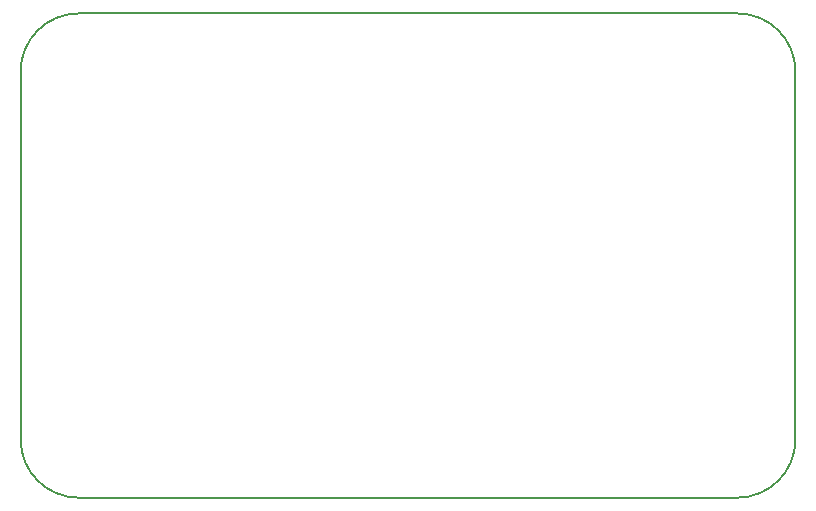
<source format=gbr>
%TF.GenerationSoftware,KiCad,Pcbnew,8.0.7*%
%TF.CreationDate,2025-01-17T21:34:44+01:00*%
%TF.ProjectId,SAO_HelloMyNameIs,53414f5f-4865-46c6-9c6f-4d794e616d65,rev?*%
%TF.SameCoordinates,Original*%
%TF.FileFunction,Profile,NP*%
%FSLAX46Y46*%
G04 Gerber Fmt 4.6, Leading zero omitted, Abs format (unit mm)*
G04 Created by KiCad (PCBNEW 8.0.7) date 2025-01-17 21:34:44*
%MOMM*%
%LPD*%
G01*
G04 APERTURE LIST*
%TA.AperFunction,Profile*%
%ADD10C,0.200000*%
%TD*%
G04 APERTURE END LIST*
D10*
X152766400Y-71897600D02*
X152766400Y-103057600D01*
X147846400Y-107977598D02*
X92086400Y-107977598D01*
X87166400Y-103057600D02*
X87166400Y-71897600D01*
X87166400Y-71897600D02*
G75*
G02*
X92086400Y-66977600I4919970J30D01*
G01*
X92086400Y-107977598D02*
G75*
G02*
X87166402Y-103057600I0J4919998D01*
G01*
X152766400Y-103057600D02*
G75*
G02*
X147846400Y-107977600I-4920000J0D01*
G01*
X147846400Y-66977602D02*
G75*
G02*
X152766398Y-71897600I-100J-4920098D01*
G01*
X92086400Y-66977602D02*
X147846400Y-66977602D01*
M02*

</source>
